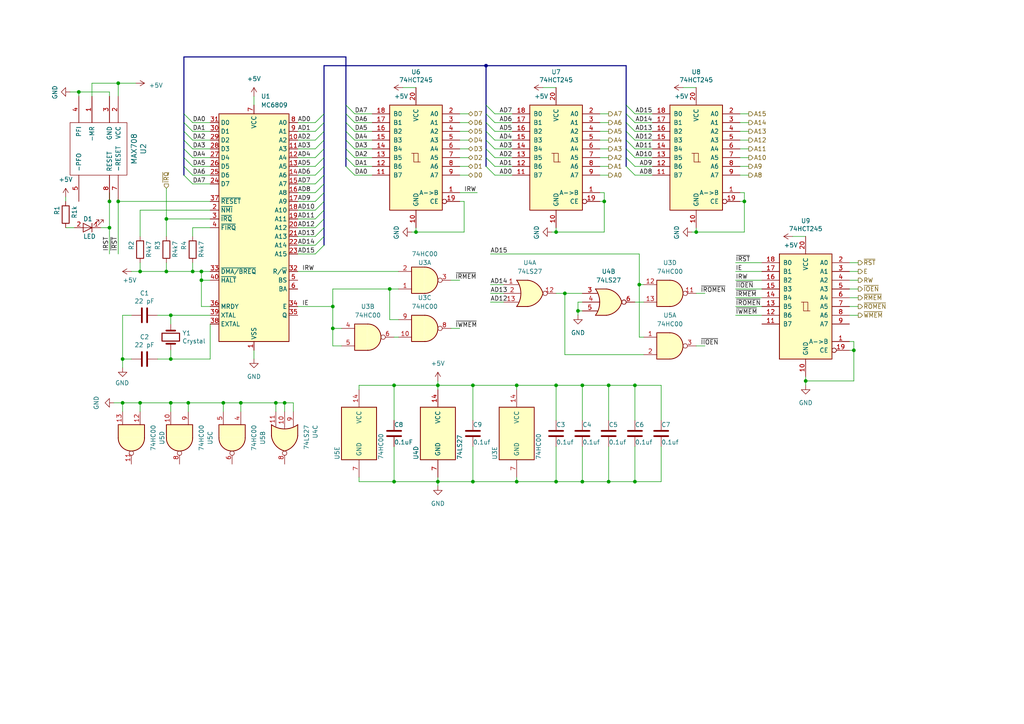
<source format=kicad_sch>
(kicad_sch (version 20230121) (generator eeschema)
  (paper "A4")
  (lib_symbols
    (symbol "74xx:74HC00" (pin_names (offset 1.016))
      (property "Reference" "U" (at 0 1.27 0))
      (property "Value" "74HC00" (at 0 -1.27 0))
      (symbol "74HC00_1_1"
        (pin input line (at -7.62 2.54 0) (length 3.81) (name "~") (number "1"))
        (pin input line (at -7.62 -2.54 0) (length 3.81) (name "~") (number "2"))
        (pin output inverted (at 7.62 0 180) (length 3.81) (name "~") (number "3"))
      )
      (symbol "74HC00_1_2"
        (pin input inverted (at -7.62 2.54 0) (length 4.318) (name "~") (number "1"))
        (pin input inverted (at -7.62 -2.54 0) (length 4.318) (name "~") (number "2"))
        (pin output line (at 7.62 0 180) (length 3.81) (name "~") (number "3"))
      )
      (symbol "74HC00_2_1"
        (pin input line (at -7.62 2.54 0) (length 3.81) (name "~") (number "4"))
        (pin input line (at -7.62 -2.54 0) (length 3.81) (name "~") (number "5"))
        (pin output inverted (at 7.62 0 180) (length 3.81) (name "~") (number "6"))
      )
      (symbol "74HC00_2_2"
        (pin input inverted (at -7.62 2.54 0) (length 4.318) (name "~") (number "4"))
        (pin input inverted (at -7.62 -2.54 0) (length 4.318) (name "~") (number "5"))
        (pin output line (at 7.62 0 180) (length 3.81) (name "~") (number "6"))
      )
      (symbol "74HC00_3_1"
        (pin input line (at -7.62 -2.54 0) (length 3.81) (name "~") (number "10"))
        (pin output inverted (at 7.62 0 180) (length 3.81) (name "~") (number "8"))
        (pin input line (at -7.62 2.54 0) (length 3.81) (name "~") (number "9"))
      )
      (symbol "74HC00_3_2"
        (pin input inverted (at -7.62 -2.54 0) (length 4.318) (name "~") (number "10"))
        (pin output line (at 7.62 0 180) (length 3.81) (name "~") (number "8"))
        (pin input inverted (at -7.62 2.54 0) (length 4.318) (name "~") (number "9"))
      )
      (symbol "74HC00_4_1"
        (pin output inverted (at 7.62 0 180) (length 3.81) (name "~") (number "11"))
        (pin input line (at -7.62 2.54 0) (length 3.81) (name "~") (number "12"))
        (pin input line (at -7.62 -2.54 0) (length 3.81) (name "~") (number "13"))
      )
      (symbol "74HC00_4_2"
        (pin output line (at 7.62 0 180) (length 3.81) (name "~") (number "11"))
        (pin input inverted (at -7.62 2.54 0) (length 4.318) (name "~") (number "12"))
        (pin input inverted (at -7.62 -2.54 0) (length 4.318) (name "~") (number "13"))
      )
      (symbol "74HC00_5_0"
        (pin power_in line (at 0 12.7 270) (length 5.08) (name "VCC") (number "14"))
        (pin power_in line (at 0 -12.7 90) (length 5.08) (name "GND") (number "7"))
      )
    )
    (symbol "74xx:74HC245" (pin_names (offset 1.016))
      (property "Reference" "U" (at -7.62 16.51 0))
      (property "Value" "74HC245" (at -7.62 -16.51 0))
      (symbol "74HC245_1_0"
        (pin input line (at -12.7 -10.16 0) (length 5.08) (name "A->B") (number "1"))
        (pin power_in line (at 0 -20.32 90) (length 5.08) (name "GND") (number "10"))
        (pin tri_state line (at 12.7 -5.08 180) (length 5.08) (name "B7") (number "11"))
        (pin tri_state line (at 12.7 -2.54 180) (length 5.08) (name "B6") (number "12"))
        (pin tri_state line (at 12.7 0 180) (length 5.08) (name "B5") (number "13"))
        (pin tri_state line (at 12.7 2.54 180) (length 5.08) (name "B4") (number "14"))
        (pin tri_state line (at 12.7 5.08 180) (length 5.08) (name "B3") (number "15"))
        (pin tri_state line (at 12.7 7.62 180) (length 5.08) (name "B2") (number "16"))
        (pin tri_state line (at 12.7 10.16 180) (length 5.08) (name "B1") (number "17"))
        (pin tri_state line (at 12.7 12.7 180) (length 5.08) (name "B0") (number "18"))
        (pin input inverted (at -12.7 -12.7 0) (length 5.08) (name "CE") (number "19"))
        (pin tri_state line (at -12.7 12.7 0) (length 5.08) (name "A0") (number "2"))
        (pin power_in line (at 0 20.32 270) (length 5.08) (name "VCC") (number "20"))
        (pin tri_state line (at -12.7 10.16 0) (length 5.08) (name "A1") (number "3"))
        (pin tri_state line (at -12.7 7.62 0) (length 5.08) (name "A2") (number "4"))
        (pin tri_state line (at -12.7 5.08 0) (length 5.08) (name "A3") (number "5"))
        (pin tri_state line (at -12.7 2.54 0) (length 5.08) (name "A4") (number "6"))
        (pin tri_state line (at -12.7 0 0) (length 5.08) (name "A5") (number "7"))
        (pin tri_state line (at -12.7 -2.54 0) (length 5.08) (name "A6") (number "8"))
        (pin tri_state line (at -12.7 -5.08 0) (length 5.08) (name "A7") (number "9"))
      )
    )
    (symbol "74xx:74HCT00" (pin_names (offset 1.016))
      (property "Reference" "U" (at 0 1.27 0))
      (property "Value" "74HCT00" (at 0 -1.27 0))
      (symbol "74HCT00_1_1"
        (pin input line (at -7.62 2.54 0) (length 3.81) (name "~") (number "1"))
        (pin input line (at -7.62 -2.54 0) (length 3.81) (name "~") (number "2"))
        (pin output inverted (at 7.62 0 180) (length 3.81) (name "~") (number "3"))
      )
      (symbol "74HCT00_1_2"
        (pin input inverted (at -7.62 2.54 0) (length 4.318) (name "~") (number "1"))
        (pin input inverted (at -7.62 -2.54 0) (length 4.318) (name "~") (number "2"))
        (pin output line (at 7.62 0 180) (length 3.81) (name "~") (number "3"))
      )
      (symbol "74HCT00_2_1"
        (pin input line (at -7.62 2.54 0) (length 3.81) (name "~") (number "4"))
        (pin input line (at -7.62 -2.54 0) (length 3.81) (name "~") (number "5"))
        (pin output inverted (at 7.62 0 180) (length 3.81) (name "~") (number "6"))
      )
      (symbol "74HCT00_2_2"
        (pin input inverted (at -7.62 2.54 0) (length 4.318) (name "~") (number "4"))
        (pin input inverted (at -7.62 -2.54 0) (length 4.318) (name "~") (number "5"))
        (pin output line (at 7.62 0 180) (length 3.81) (name "~") (number "6"))
      )
      (symbol "74HCT00_3_1"
        (pin input line (at -7.62 -2.54 0) (length 3.81) (name "~") (number "10"))
        (pin output inverted (at 7.62 0 180) (length 3.81) (name "~") (number "8"))
        (pin input line (at -7.62 2.54 0) (length 3.81) (name "~") (number "9"))
      )
      (symbol "74HCT00_3_2"
        (pin input inverted (at -7.62 -2.54 0) (length 4.318) (name "~") (number "10"))
        (pin output line (at 7.62 0 180) (length 3.81) (name "~") (number "8"))
        (pin input inverted (at -7.62 2.54 0) (length 4.318) (name "~") (number "9"))
      )
      (symbol "74HCT00_4_1"
        (pin output inverted (at 7.62 0 180) (length 3.81) (name "~") (number "11"))
        (pin input line (at -7.62 2.54 0) (length 3.81) (name "~") (number "12"))
        (pin input line (at -7.62 -2.54 0) (length 3.81) (name "~") (number "13"))
      )
      (symbol "74HCT00_4_2"
        (pin output line (at 7.62 0 180) (length 3.81) (name "~") (number "11"))
        (pin input inverted (at -7.62 2.54 0) (length 4.318) (name "~") (number "12"))
        (pin input inverted (at -7.62 -2.54 0) (length 4.318) (name "~") (number "13"))
      )
      (symbol "74HCT00_5_0"
        (pin power_in line (at 0 12.7 270) (length 5.08) (name "VCC") (number "14"))
        (pin power_in line (at 0 -12.7 90) (length 5.08) (name "GND") (number "7"))
      )
    )
    (symbol "74xx:74LS27" (pin_names (offset 1.016))
      (property "Reference" "U" (at 0 1.27 0))
      (property "Value" "74LS27" (at 0 -1.27 0))
      (symbol "74LS27_1_1"
        (pin input line (at -7.62 2.54 0) (length 4.318) (name "~") (number "1"))
        (pin output inverted (at 7.62 0 180) (length 3.81) (name "~") (number "12"))
        (pin input line (at -7.62 -2.54 0) (length 4.318) (name "~") (number "13"))
        (pin input line (at -7.62 0 0) (length 4.953) (name "~") (number "2"))
      )
      (symbol "74LS27_1_2"
        (pin input inverted (at -7.62 2.54 0) (length 3.81) (name "~") (number "1"))
        (pin output line (at 7.62 0 180) (length 3.81) (name "~") (number "12"))
        (pin input inverted (at -7.62 -2.54 0) (length 3.81) (name "~") (number "13"))
        (pin input inverted (at -7.62 0 0) (length 3.81) (name "~") (number "2"))
      )
      (symbol "74LS27_2_1"
        (pin input line (at -7.62 2.54 0) (length 4.318) (name "~") (number "3"))
        (pin input line (at -7.62 0 0) (length 4.953) (name "~") (number "4"))
        (pin input line (at -7.62 -2.54 0) (length 4.318) (name "~") (number "5"))
        (pin output inverted (at 7.62 0 180) (length 3.81) (name "~") (number "6"))
      )
      (symbol "74LS27_2_2"
        (pin input inverted (at -7.62 2.54 0) (length 3.81) (name "~") (number "3"))
        (pin input inverted (at -7.62 0 0) (length 3.81) (name "~") (number "4"))
        (pin input inverted (at -7.62 -2.54 0) (length 3.81) (name "~") (number "5"))
        (pin output line (at 7.62 0 180) (length 3.81) (name "~") (number "6"))
      )
      (symbol "74LS27_3_1"
        (pin input line (at -7.62 0 0) (length 4.953) (name "~") (number "10"))
        (pin input line (at -7.62 -2.54 0) (length 4.318) (name "~") (number "11"))
        (pin output inverted (at 7.62 0 180) (length 3.81) (name "~") (number "8"))
        (pin input line (at -7.62 2.54 0) (length 4.318) (name "~") (number "9"))
      )
      (symbol "74LS27_3_2"
        (pin input inverted (at -7.62 0 0) (length 3.81) (name "~") (number "10"))
        (pin input inverted (at -7.62 -2.54 0) (length 3.81) (name "~") (number "11"))
        (pin output line (at 7.62 0 180) (length 3.81) (name "~") (number "8"))
        (pin input inverted (at -7.62 2.54 0) (length 3.81) (name "~") (number "9"))
      )
      (symbol "74LS27_4_0"
        (pin power_in line (at 0 12.7 270) (length 5.08) (name "VCC") (number "14"))
        (pin power_in line (at 0 -12.7 90) (length 5.08) (name "GND") (number "7"))
      )
    )
    (symbol "CPU_NXP_6800:MC6809"
      (property "Reference" "U" (at -7.62 34.29 0))
      (property "Value" "MC6809" (at 10.16 34.29 0))
      (symbol "MC6809_1_1"
        (pin power_in line (at 0 -35.56 90) (length 2.54) (name "VSS") (number "1"))
        (pin output line (at 12.7 25.4 180) (length 2.54) (name "A2") (number "10"))
        (pin output line (at 12.7 22.86 180) (length 2.54) (name "A3") (number "11"))
        (pin output line (at 12.7 20.32 180) (length 2.54) (name "A4") (number "12"))
        (pin output line (at 12.7 17.78 180) (length 2.54) (name "A5") (number "13"))
        (pin output line (at 12.7 15.24 180) (length 2.54) (name "A6") (number "14"))
        (pin output line (at 12.7 12.7 180) (length 2.54) (name "A7") (number "15"))
        (pin output line (at 12.7 10.16 180) (length 2.54) (name "A8") (number "16"))
        (pin output line (at 12.7 7.62 180) (length 2.54) (name "A9") (number "17"))
        (pin output line (at 12.7 5.08 180) (length 2.54) (name "A10") (number "18"))
        (pin output line (at 12.7 2.54 180) (length 2.54) (name "A11") (number "19"))
        (pin input line (at -12.7 5.08 0) (length 2.54) (name "~{NMI}") (number "2"))
        (pin output line (at 12.7 0 180) (length 2.54) (name "A12") (number "20"))
        (pin output line (at 12.7 -2.54 180) (length 2.54) (name "A13") (number "21"))
        (pin output line (at 12.7 -5.08 180) (length 2.54) (name "A14") (number "22"))
        (pin output line (at 12.7 -7.62 180) (length 2.54) (name "A15") (number "23"))
        (pin bidirectional line (at -12.7 12.7 0) (length 2.54) (name "D7") (number "24"))
        (pin bidirectional line (at -12.7 15.24 0) (length 2.54) (name "D6") (number "25"))
        (pin bidirectional line (at -12.7 17.78 0) (length 2.54) (name "D5") (number "26"))
        (pin bidirectional line (at -12.7 20.32 0) (length 2.54) (name "D4") (number "27"))
        (pin bidirectional line (at -12.7 22.86 0) (length 2.54) (name "D3") (number "28"))
        (pin bidirectional line (at -12.7 25.4 0) (length 2.54) (name "D2") (number "29"))
        (pin input line (at -12.7 2.54 0) (length 2.54) (name "~{IRQ}") (number "3"))
        (pin bidirectional line (at -12.7 27.94 0) (length 2.54) (name "D1") (number "30"))
        (pin bidirectional line (at -12.7 30.48 0) (length 2.54) (name "D0") (number "31"))
        (pin output line (at 12.7 -12.7 180) (length 2.54) (name "R/~{W}") (number "32"))
        (pin input line (at -12.7 -12.7 0) (length 2.54) (name "~{DMA/BREQ}") (number "33"))
        (pin output line (at 12.7 -22.86 180) (length 2.54) (name "E") (number "34"))
        (pin output line (at 12.7 -25.4 180) (length 2.54) (name "Q") (number "35"))
        (pin input line (at -12.7 -22.86 0) (length 2.54) (name "MRDY") (number "36"))
        (pin input line (at -12.7 7.62 0) (length 2.54) (name "~{RESET}") (number "37"))
        (pin input line (at -12.7 -27.94 0) (length 2.54) (name "EXTAL") (number "38"))
        (pin input line (at -12.7 -25.4 0) (length 2.54) (name "XTAL") (number "39"))
        (pin input line (at -12.7 0 0) (length 2.54) (name "~{FIRQ}") (number "4"))
        (pin input line (at -12.7 -15.24 0) (length 2.54) (name "~{HALT}") (number "40"))
        (pin output line (at 12.7 -15.24 180) (length 2.54) (name "BS") (number "5"))
        (pin output line (at 12.7 -17.78 180) (length 2.54) (name "BA") (number "6"))
        (pin power_in line (at 0 35.56 270) (length 2.54) (name "VCC") (number "7"))
        (pin output line (at 12.7 30.48 180) (length 2.54) (name "A0") (number "8"))
        (pin output line (at 12.7 27.94 180) (length 2.54) (name "A1") (number "9"))
      )
    )
    (symbol "Device:C" (pin_numbers hide) (pin_names (offset 0.254))
      (property "Reference" "C" (at 0.635 2.54 0))
      (property "Value" "C" (at 0.635 -2.54 0))
      (symbol "C_1_1"
        (pin passive line (at 0 3.81 270) (length 2.794) (name "~") (number "1"))
        (pin passive line (at 0 -3.81 90) (length 2.794) (name "~") (number "2"))
      )
    )
    (symbol "device:C" (pin_numbers hide) (pin_names (offset 0.254))
      (property "Reference" "C" (at 0.635 2.54 0))
      (property "Value" "C" (at 0.635 -2.54 0))
      (symbol "C_1_1"
        (pin passive line (at 0 3.81 270) (length 2.794) (name "~") (number "1"))
        (pin passive line (at 0 -3.81 90) (length 2.794) (name "~") (number "2"))
      )
    )
    (symbol "device:Crystal" (pin_numbers hide) (pin_names (offset 1.016) hide)
      (property "Reference" "Y" (at 0 3.81 0))
      (property "Value" "Crystal" (at 0 -3.81 0))
      (symbol "Crystal_1_1"
        (pin passive line (at -3.81 0 0) (length 1.27) (name "1") (number "1"))
        (pin passive line (at 3.81 0 180) (length 1.27) (name "2") (number "2"))
      )
    )
    (symbol "device:LED" (pin_names (offset 1.016) hide)
      (property "Reference" "D" (at 0 2.54 0))
      (property "Value" "LED" (at 0 -2.54 0))
      (symbol "LED_1_1"
        (pin passive line (at -3.81 0 0) (length 2.54) (name "K") (number "1"))
        (pin passive line (at 3.81 0 180) (length 2.54) (name "A") (number "2"))
      )
    )
    (symbol "device:R" (pin_numbers hide) (pin_names (offset 0))
      (property "Reference" "R" (at 2.032 0 90))
      (property "Value" "R" (at 0 0 90))
      (symbol "R_1_1"
        (pin passive line (at 0 3.81 270) (length 1.27) (name "~") (number "1"))
        (pin passive line (at 0 -3.81 90) (length 1.27) (name "~") (number "2"))
      )
    )
    (symbol "power:+5V" (power) (pin_names (offset 0))
      (property "Value" "+5V" (at 0 3.556 0))
      (symbol "+5V_1_1"
        (pin power_in line (at 0 0 90) (length 0) hide (name "+5V") (number "1"))
      )
    )
    (symbol "power:GND" (power) (pin_names (offset 0))
      (property "Value" "GND" (at 0 -3.81 0))
      (symbol "GND_1_1"
        (pin power_in line (at 0 0 270) (length 0) hide (name "GND") (number "1"))
      )
    )
    (symbol "ya68k:MAX708" (pin_names (offset 1.016))
      (property "Reference" "U" (at 0 8.89 0))
      (property "Value" "MAX708" (at 0 -10.16 0))
      (symbol "MAX708_1_1"
        (pin input line (at -15.24 -2.54 0) (length 7.62) (name "-MR") (number "1"))
        (pin power_in line (at -15.24 5.08 0) (length 7.62) (name "VCC") (number "2"))
        (pin power_in line (at -15.24 2.54 0) (length 7.62) (name "GND") (number "3"))
        (pin input line (at -15.24 -6.35 0) (length 7.62) (name "PFI") (number "4"))
        (pin output line (at 15.24 -6.35 180) (length 7.62) (name "-PFO") (number "5"))
        (pin no_connect line (at 15.24 -2.54 180) (length 7.62) hide (name "NC") (number "6"))
        (pin output line (at 15.24 5.08 180) (length 7.62) (name "-RESET") (number "7"))
        (pin output line (at 15.24 2.54 180) (length 7.62) (name "RESET") (number "8"))
      )
    )
  )
  (junction (at 55.88 78.74))
  (junction (at 201.93 67.31))
  (junction (at 161.29 67.31))
  (junction (at 114.3 111.76))
  (junction (at 113.03 83.82))
  (junction (at 168.91 111.76))
  (junction (at 40.64 78.74))
  (junction (at 176.53 139.7))
  (junction (at 140.97 19.05))
  (junction (at 48.26 78.74))
  (junction (at 40.64 116.84))
  (junction (at 247.65 101.6))
  (junction (at 96.52 88.9))
  (junction (at 31.75 58.42))
  (junction (at 35.56 104.14))
  (junction (at 161.29 139.7))
  (junction (at 175.26 58.42))
  (junction (at 49.53 104.14))
  (junction (at 22.86 26.67))
  (junction (at 69.85 116.84))
  (junction (at 35.56 116.84))
  (junction (at 31.75 66.04))
  (junction (at 127 111.76))
  (junction (at 34.29 58.42))
  (junction (at 167.64 90.17))
  (junction (at 161.29 111.76))
  (junction (at 114.3 139.7))
  (junction (at 54.61 116.84))
  (junction (at 58.42 81.28))
  (junction (at 49.53 91.44))
  (junction (at 48.26 63.5))
  (junction (at 96.52 95.25))
  (junction (at 149.86 139.7))
  (junction (at 49.53 116.84))
  (junction (at 184.15 139.7))
  (junction (at 58.42 78.74))
  (junction (at 184.15 111.76))
  (junction (at 233.68 110.49))
  (junction (at 127 139.7))
  (junction (at 82.55 116.84))
  (junction (at 34.29 24.13))
  (junction (at 163.83 85.09))
  (junction (at 137.16 111.76))
  (junction (at 137.16 139.7))
  (junction (at 149.86 111.76))
  (junction (at 120.65 67.31))
  (junction (at 215.9 58.42))
  (junction (at 168.91 139.7))
  (junction (at 64.77 116.84))
  (junction (at 176.53 111.76))
  (junction (at 80.01 116.84))
  (junction (at 185.42 82.55))
  (bus_entry (at 181.61 33.02) (size 2.54 2.54))
  (bus_entry (at 55.88 38.1) (size -2.54 -2.54))
  (bus_entry (at 93.98 66.04) (size -2.54 2.54))
  (bus_entry (at 93.98 33.02) (size -2.54 2.54))
  (bus_entry (at 55.88 50.8) (size -2.54 -2.54))
  (bus_entry (at 102.87 33.02) (size -2.54 -2.54))
  (bus_entry (at 140.97 33.02) (size 2.54 2.54))
  (bus_entry (at 140.97 35.56) (size 2.54 2.54))
  (bus_entry (at 93.98 43.18) (size -2.54 2.54))
  (bus_entry (at 102.87 50.8) (size -2.54 -2.54))
  (bus_entry (at 93.98 50.8) (size -2.54 2.54))
  (bus_entry (at 93.98 40.64) (size -2.54 2.54))
  (bus_entry (at 55.88 35.56) (size -2.54 -2.54))
  (bus_entry (at 102.87 45.72) (size -2.54 -2.54))
  (bus_entry (at 93.98 45.72) (size -2.54 2.54))
  (bus_entry (at 102.87 35.56) (size -2.54 -2.54))
  (bus_entry (at 140.97 38.1) (size 2.54 2.54))
  (bus_entry (at 140.97 45.72) (size 2.54 2.54))
  (bus_entry (at 181.61 45.72) (size 2.54 2.54))
  (bus_entry (at 102.87 38.1) (size -2.54 -2.54))
  (bus_entry (at 93.98 48.26) (size -2.54 2.54))
  (bus_entry (at 181.61 48.26) (size 2.54 2.54))
  (bus_entry (at 93.98 53.34) (size -2.54 2.54))
  (bus_entry (at 181.61 43.18) (size 2.54 2.54))
  (bus_entry (at 181.61 35.56) (size 2.54 2.54))
  (bus_entry (at 181.61 40.64) (size 2.54 2.54))
  (bus_entry (at 140.97 30.48) (size 2.54 2.54))
  (bus_entry (at 93.98 38.1) (size -2.54 2.54))
  (bus_entry (at 93.98 63.5) (size -2.54 2.54))
  (bus_entry (at 93.98 68.58) (size -2.54 2.54))
  (bus_entry (at 181.61 30.48) (size 2.54 2.54))
  (bus_entry (at 102.87 40.64) (size -2.54 -2.54))
  (bus_entry (at 140.97 48.26) (size 2.54 2.54))
  (bus_entry (at 93.98 35.56) (size -2.54 2.54))
  (bus_entry (at 102.87 48.26) (size -2.54 -2.54))
  (bus_entry (at 55.88 48.26) (size -2.54 -2.54))
  (bus_entry (at 55.88 45.72) (size -2.54 -2.54))
  (bus_entry (at 102.87 43.18) (size -2.54 -2.54))
  (bus_entry (at 140.97 43.18) (size 2.54 2.54))
  (bus_entry (at 93.98 55.88) (size -2.54 2.54))
  (bus_entry (at 93.98 71.12) (size -2.54 2.54))
  (bus_entry (at 55.88 43.18) (size -2.54 -2.54))
  (bus_entry (at 55.88 53.34) (size -2.54 -2.54))
  (bus_entry (at 181.61 38.1) (size 2.54 2.54))
  (bus_entry (at 93.98 60.96) (size -2.54 2.54))
  (bus_entry (at 55.88 40.64) (size -2.54 -2.54))
  (bus_entry (at 140.97 40.64) (size 2.54 2.54))
  (bus_entry (at 93.98 58.42) (size -2.54 2.54))
  (wire (pts (xy 48.26 78.74) (xy 55.88 78.74)))
  (wire (pts (xy 73.66 27.94) (xy 73.66 30.48)))
  (wire (pts (xy 86.36 38.1) (xy 91.44 38.1)))
  (wire (pts (xy 137.16 111.76) (xy 137.16 121.92)))
  (wire (pts (xy 96.52 95.25) (xy 96.52 100.33)))
  (wire (pts (xy 113.03 83.82) (xy 113.03 92.71)))
  (bus (pts (xy 53.34 43.18) (xy 53.34 40.64)))
  (wire (pts (xy 214.63 48.26) (xy 217.17 48.26)))
  (wire (pts (xy 191.77 111.76) (xy 191.77 121.92)))
  (wire (pts (xy 191.77 129.54) (xy 191.77 139.7)))
  (wire (pts (xy 186.69 97.79) (xy 185.42 97.79)))
  (wire (pts (xy 184.15 87.63) (xy 186.69 87.63)))
  (wire (pts (xy 115.57 92.71) (xy 113.03 92.71)))
  (wire (pts (xy 48.26 54.61) (xy 48.26 63.5)))
  (bus (pts (xy 93.98 58.42) (xy 93.98 55.88)))
  (wire (pts (xy 246.38 91.44) (xy 248.92 91.44)))
  (wire (pts (xy 40.64 116.84) (xy 49.53 116.84)))
  (wire (pts (xy 246.38 76.2) (xy 248.92 76.2)))
  (wire (pts (xy 160.02 67.31) (xy 161.29 67.31)))
  (wire (pts (xy 127 110.49) (xy 127 111.76)))
  (wire (pts (xy 161.29 111.76) (xy 168.91 111.76)))
  (wire (pts (xy 86.36 60.96) (xy 91.44 60.96)))
  (bus (pts (xy 140.97 43.18) (xy 140.97 40.64)))
  (wire (pts (xy 213.36 76.2) (xy 220.98 76.2)))
  (bus (pts (xy 100.33 30.48) (xy 100.33 33.02)))
  (wire (pts (xy 114.3 111.76) (xy 114.3 121.92)))
  (wire (pts (xy 214.63 38.1) (xy 217.17 38.1)))
  (wire (pts (xy 173.99 38.1) (xy 176.53 38.1)))
  (wire (pts (xy 45.72 91.44) (xy 49.53 91.44)))
  (wire (pts (xy 40.64 116.84) (xy 40.64 119.38)))
  (wire (pts (xy 31.75 27.94) (xy 31.75 26.67)))
  (wire (pts (xy 176.53 111.76) (xy 176.53 121.92)))
  (wire (pts (xy 168.91 139.7) (xy 176.53 139.7)))
  (wire (pts (xy 60.96 81.28) (xy 58.42 81.28)))
  (wire (pts (xy 60.96 104.14) (xy 49.53 104.14)))
  (wire (pts (xy 233.68 110.49) (xy 233.68 111.76)))
  (bus (pts (xy 93.98 68.58) (xy 93.98 66.04)))
  (bus (pts (xy 181.61 40.64) (xy 181.61 38.1)))
  (wire (pts (xy 73.66 101.6) (xy 73.66 104.14)))
  (wire (pts (xy 229.87 68.58) (xy 233.68 68.58)))
  (wire (pts (xy 64.77 116.84) (xy 69.85 116.84)))
  (wire (pts (xy 104.14 139.7) (xy 114.3 139.7)))
  (wire (pts (xy 134.62 58.42) (xy 134.62 67.31)))
  (bus (pts (xy 140.97 35.56) (xy 140.97 33.02)))
  (bus (pts (xy 93.98 35.56) (xy 93.98 33.02)))
  (wire (pts (xy 173.99 55.88) (xy 175.26 55.88)))
  (wire (pts (xy 213.36 88.9) (xy 220.98 88.9)))
  (wire (pts (xy 201.93 67.31) (xy 201.93 66.04)))
  (wire (pts (xy 133.35 58.42) (xy 134.62 58.42)))
  (wire (pts (xy 49.53 91.44) (xy 49.53 93.98)))
  (wire (pts (xy 55.88 45.72) (xy 60.96 45.72)))
  (wire (pts (xy 58.42 88.9) (xy 58.42 81.28)))
  (wire (pts (xy 148.59 45.72) (xy 143.51 45.72)))
  (wire (pts (xy 55.88 35.56) (xy 60.96 35.56)))
  (wire (pts (xy 26.67 27.94) (xy 26.67 24.13)))
  (bus (pts (xy 140.97 48.26) (xy 140.97 45.72)))
  (wire (pts (xy 55.88 38.1) (xy 60.96 38.1)))
  (wire (pts (xy 58.42 81.28) (xy 58.42 78.74)))
  (wire (pts (xy 31.75 66.04) (xy 31.75 73.66)))
  (wire (pts (xy 148.59 33.02) (xy 143.51 33.02)))
  (wire (pts (xy 214.63 45.72) (xy 217.17 45.72)))
  (wire (pts (xy 127 113.03) (xy 127 111.76)))
  (wire (pts (xy 173.99 45.72) (xy 176.53 45.72)))
  (wire (pts (xy 127 139.7) (xy 137.16 139.7)))
  (wire (pts (xy 34.29 73.66) (xy 34.29 58.42)))
  (wire (pts (xy 176.53 111.76) (xy 184.15 111.76)))
  (bus (pts (xy 181.61 40.64) (xy 181.61 43.18)))
  (wire (pts (xy 60.96 93.98) (xy 60.96 104.14)))
  (wire (pts (xy 133.35 35.56) (xy 135.89 35.56)))
  (wire (pts (xy 163.83 85.09) (xy 168.91 85.09)))
  (wire (pts (xy 163.83 102.87) (xy 186.69 102.87)))
  (wire (pts (xy 55.88 68.58) (xy 55.88 66.04)))
  (wire (pts (xy 198.12 25.4) (xy 201.93 25.4)))
  (wire (pts (xy 31.75 58.42) (xy 31.75 66.04)))
  (wire (pts (xy 189.23 48.26) (xy 184.15 48.26)))
  (wire (pts (xy 142.24 82.55) (xy 146.05 82.55)))
  (wire (pts (xy 133.35 48.26) (xy 135.89 48.26)))
  (bus (pts (xy 93.98 71.12) (xy 93.98 68.58)))
  (wire (pts (xy 189.23 38.1) (xy 184.15 38.1)))
  (wire (pts (xy 184.15 111.76) (xy 191.77 111.76)))
  (bus (pts (xy 93.98 45.72) (xy 93.98 43.18)))
  (wire (pts (xy 149.86 111.76) (xy 161.29 111.76)))
  (wire (pts (xy 38.1 78.74) (xy 40.64 78.74)))
  (wire (pts (xy 127 139.7) (xy 127 140.97)))
  (wire (pts (xy 40.64 78.74) (xy 40.64 76.2)))
  (wire (pts (xy 86.36 88.9) (xy 96.52 88.9)))
  (wire (pts (xy 185.42 82.55) (xy 185.42 73.66)))
  (wire (pts (xy 246.38 81.28) (xy 248.92 81.28)))
  (wire (pts (xy 19.05 57.15) (xy 19.05 58.42)))
  (wire (pts (xy 116.84 25.4) (xy 120.65 25.4)))
  (wire (pts (xy 168.91 111.76) (xy 168.91 121.92)))
  (wire (pts (xy 49.53 104.14) (xy 45.72 104.14)))
  (wire (pts (xy 173.99 43.18) (xy 176.53 43.18)))
  (wire (pts (xy 31.75 26.67) (xy 22.86 26.67)))
  (wire (pts (xy 49.53 91.44) (xy 60.96 91.44)))
  (wire (pts (xy 176.53 139.7) (xy 184.15 139.7)))
  (bus (pts (xy 53.34 33.02) (xy 53.34 16.51)))
  (bus (pts (xy 93.98 53.34) (xy 93.98 50.8)))
  (wire (pts (xy 38.1 91.44) (xy 35.56 91.44)))
  (wire (pts (xy 213.36 91.44) (xy 220.98 91.44)))
  (wire (pts (xy 102.87 38.1) (xy 107.95 38.1)))
  (wire (pts (xy 247.65 99.06) (xy 247.65 101.6)))
  (wire (pts (xy 247.65 101.6) (xy 246.38 101.6)))
  (wire (pts (xy 38.1 104.14) (xy 35.56 104.14)))
  (wire (pts (xy 49.53 116.84) (xy 54.61 116.84)))
  (wire (pts (xy 34.29 58.42) (xy 60.96 58.42)))
  (wire (pts (xy 246.38 78.74) (xy 248.92 78.74)))
  (wire (pts (xy 133.35 45.72) (xy 135.89 45.72)))
  (wire (pts (xy 161.29 129.54) (xy 161.29 139.7)))
  (wire (pts (xy 34.29 24.13) (xy 39.37 24.13)))
  (wire (pts (xy 35.56 116.84) (xy 40.64 116.84)))
  (bus (pts (xy 140.97 19.05) (xy 181.61 19.05)))
  (wire (pts (xy 173.99 50.8) (xy 176.53 50.8)))
  (wire (pts (xy 215.9 67.31) (xy 215.9 58.42)))
  (wire (pts (xy 137.16 129.54) (xy 137.16 139.7)))
  (bus (pts (xy 100.33 33.02) (xy 100.33 35.56)))
  (wire (pts (xy 102.87 50.8) (xy 107.95 50.8)))
  (wire (pts (xy 127 139.7) (xy 127 138.43)))
  (wire (pts (xy 148.59 38.1) (xy 143.51 38.1)))
  (wire (pts (xy 86.36 45.72) (xy 91.44 45.72)))
  (wire (pts (xy 104.14 111.76) (xy 104.14 113.03)))
  (wire (pts (xy 214.63 35.56) (xy 217.17 35.56)))
  (bus (pts (xy 53.34 45.72) (xy 53.34 43.18)))
  (wire (pts (xy 148.59 35.56) (xy 143.51 35.56)))
  (wire (pts (xy 201.93 100.33) (xy 204.47 100.33)))
  (wire (pts (xy 22.86 26.67) (xy 20.32 26.67)))
  (bus (pts (xy 93.98 60.96) (xy 93.98 58.42)))
  (wire (pts (xy 201.93 67.31) (xy 215.9 67.31)))
  (wire (pts (xy 148.59 48.26) (xy 143.51 48.26)))
  (wire (pts (xy 149.86 139.7) (xy 161.29 139.7)))
  (wire (pts (xy 82.55 116.84) (xy 82.55 119.38)))
  (bus (pts (xy 140.97 38.1) (xy 140.97 35.56)))
  (wire (pts (xy 55.88 66.04) (xy 60.96 66.04)))
  (wire (pts (xy 247.65 110.49) (xy 247.65 101.6)))
  (bus (pts (xy 140.97 45.72) (xy 140.97 43.18)))
  (wire (pts (xy 86.36 68.58) (xy 91.44 68.58)))
  (wire (pts (xy 213.36 78.74) (xy 220.98 78.74)))
  (wire (pts (xy 35.56 91.44) (xy 35.56 104.14)))
  (wire (pts (xy 96.52 88.9) (xy 96.52 95.25)))
  (wire (pts (xy 149.86 138.43) (xy 149.86 139.7)))
  (wire (pts (xy 130.81 81.28) (xy 133.35 81.28)))
  (wire (pts (xy 102.87 48.26) (xy 107.95 48.26)))
  (bus (pts (xy 93.98 19.05) (xy 140.97 19.05)))
  (bus (pts (xy 93.98 50.8) (xy 93.98 48.26)))
  (wire (pts (xy 163.83 85.09) (xy 163.83 102.87)))
  (wire (pts (xy 96.52 100.33) (xy 99.06 100.33)))
  (wire (pts (xy 26.67 24.13) (xy 34.29 24.13)))
  (bus (pts (xy 53.34 50.8) (xy 53.34 48.26)))
  (bus (pts (xy 93.98 63.5) (xy 93.98 66.04)))
  (wire (pts (xy 168.91 111.76) (xy 176.53 111.76)))
  (wire (pts (xy 102.87 33.02) (xy 107.95 33.02)))
  (wire (pts (xy 104.14 138.43) (xy 104.14 139.7)))
  (wire (pts (xy 104.14 111.76) (xy 114.3 111.76)))
  (wire (pts (xy 185.42 97.79) (xy 185.42 82.55)))
  (wire (pts (xy 161.29 85.09) (xy 163.83 85.09)))
  (wire (pts (xy 49.53 101.6) (xy 49.53 104.14)))
  (bus (pts (xy 181.61 35.56) (xy 181.61 33.02)))
  (wire (pts (xy 19.05 66.04) (xy 21.59 66.04)))
  (wire (pts (xy 86.36 40.64) (xy 91.44 40.64)))
  (wire (pts (xy 96.52 83.82) (xy 96.52 88.9)))
  (wire (pts (xy 80.01 116.84) (xy 80.01 119.38)))
  (wire (pts (xy 60.96 88.9) (xy 58.42 88.9)))
  (wire (pts (xy 114.3 129.54) (xy 114.3 139.7)))
  (wire (pts (xy 40.64 60.96) (xy 40.64 68.58)))
  (wire (pts (xy 119.38 67.31) (xy 120.65 67.31)))
  (wire (pts (xy 167.64 90.17) (xy 167.64 91.44)))
  (bus (pts (xy 100.33 40.64) (xy 100.33 43.18)))
  (wire (pts (xy 175.26 55.88) (xy 175.26 58.42)))
  (wire (pts (xy 137.16 111.76) (xy 127 111.76)))
  (wire (pts (xy 213.36 83.82) (xy 220.98 83.82)))
  (wire (pts (xy 86.36 35.56) (xy 91.44 35.56)))
  (wire (pts (xy 189.23 43.18) (xy 184.15 43.18)))
  (wire (pts (xy 58.42 78.74) (xy 60.96 78.74)))
  (wire (pts (xy 34.29 27.94) (xy 34.29 24.13)))
  (wire (pts (xy 86.36 55.88) (xy 91.44 55.88)))
  (wire (pts (xy 173.99 33.02) (xy 176.53 33.02)))
  (bus (pts (xy 181.61 48.26) (xy 181.61 45.72)))
  (wire (pts (xy 246.38 83.82) (xy 248.92 83.82)))
  (wire (pts (xy 69.85 116.84) (xy 69.85 119.38)))
  (wire (pts (xy 233.68 110.49) (xy 247.65 110.49)))
  (wire (pts (xy 161.29 67.31) (xy 175.26 67.31)))
  (bus (pts (xy 181.61 45.72) (xy 181.61 43.18)))
  (wire (pts (xy 60.96 60.96) (xy 40.64 60.96)))
  (wire (pts (xy 55.88 40.64) (xy 60.96 40.64)))
  (wire (pts (xy 55.88 50.8) (xy 60.96 50.8)))
  (bus (pts (xy 93.98 48.26) (xy 93.98 45.72)))
  (wire (pts (xy 167.64 87.63) (xy 167.64 90.17)))
  (wire (pts (xy 133.35 50.8) (xy 135.89 50.8)))
  (wire (pts (xy 214.63 58.42) (xy 215.9 58.42)))
  (wire (pts (xy 102.87 43.18) (xy 107.95 43.18)))
  (wire (pts (xy 173.99 48.26) (xy 176.53 48.26)))
  (wire (pts (xy 48.26 63.5) (xy 60.96 63.5)))
  (wire (pts (xy 186.69 82.55) (xy 185.42 82.55)))
  (wire (pts (xy 114.3 97.79) (xy 115.57 97.79)))
  (bus (pts (xy 181.61 38.1) (xy 181.61 35.56)))
  (wire (pts (xy 148.59 40.64) (xy 143.51 40.64)))
  (wire (pts (xy 157.48 25.4) (xy 161.29 25.4)))
  (wire (pts (xy 214.63 33.02) (xy 217.17 33.02)))
  (wire (pts (xy 114.3 111.76) (xy 127 111.76)))
  (wire (pts (xy 149.86 111.76) (xy 137.16 111.76)))
  (wire (pts (xy 184.15 129.54) (xy 184.15 139.7)))
  (wire (pts (xy 86.36 53.34) (xy 91.44 53.34)))
  (wire (pts (xy 55.88 76.2) (xy 55.88 78.74)))
  (wire (pts (xy 102.87 45.72) (xy 107.95 45.72)))
  (bus (pts (xy 100.33 38.1) (xy 100.33 40.64)))
  (wire (pts (xy 80.01 116.84) (xy 82.55 116.84)))
  (bus (pts (xy 93.98 38.1) (xy 93.98 35.56)))
  (wire (pts (xy 168.91 87.63) (xy 167.64 87.63)))
  (wire (pts (xy 86.36 78.74) (xy 115.57 78.74)))
  (wire (pts (xy 49.53 116.84) (xy 49.53 119.38)))
  (wire (pts (xy 142.24 87.63) (xy 146.05 87.63)))
  (wire (pts (xy 96.52 95.25) (xy 99.06 95.25)))
  (wire (pts (xy 96.52 83.82) (xy 113.03 83.82)))
  (wire (pts (xy 189.23 45.72) (xy 184.15 45.72)))
  (wire (pts (xy 142.24 73.66) (xy 185.42 73.66)))
  (wire (pts (xy 233.68 109.22) (xy 233.68 110.49)))
  (wire (pts (xy 175.26 67.31) (xy 175.26 58.42)))
  (wire (pts (xy 137.16 139.7) (xy 149.86 139.7)))
  (wire (pts (xy 189.23 40.64) (xy 184.15 40.64)))
  (bus (pts (xy 93.98 40.64) (xy 93.98 38.1)))
  (bus (pts (xy 181.61 33.02) (xy 181.61 30.48)))
  (wire (pts (xy 184.15 111.76) (xy 184.15 121.92)))
  (wire (pts (xy 82.55 116.84) (xy 85.09 116.84)))
  (bus (pts (xy 100.33 35.56) (xy 100.33 38.1)))
  (wire (pts (xy 31.75 55.88) (xy 31.75 58.42)))
  (bus (pts (xy 140.97 40.64) (xy 140.97 38.1)))
  (bus (pts (xy 93.98 43.18) (xy 93.98 40.64)))
  (wire (pts (xy 173.99 35.56) (xy 176.53 35.56)))
  (wire (pts (xy 86.36 48.26) (xy 91.44 48.26)))
  (wire (pts (xy 175.26 58.42) (xy 173.99 58.42)))
  (wire (pts (xy 86.36 50.8) (xy 91.44 50.8)))
  (wire (pts (xy 213.36 81.28) (xy 220.98 81.28)))
  (wire (pts (xy 35.56 116.84) (xy 33.02 116.84)))
  (wire (pts (xy 214.63 55.88) (xy 215.9 55.88)))
  (wire (pts (xy 64.77 116.84) (xy 64.77 119.38)))
  (wire (pts (xy 114.3 139.7) (xy 127 139.7)))
  (wire (pts (xy 35.56 104.14) (xy 35.56 106.68)))
  (bus (pts (xy 181.61 19.05) (xy 181.61 30.48)))
  (wire (pts (xy 200.66 67.31) (xy 201.93 67.31)))
  (wire (pts (xy 133.35 33.02) (xy 135.89 33.02)))
  (wire (pts (xy 215.9 55.88) (xy 215.9 58.42)))
  (bus (pts (xy 100.33 43.18) (xy 100.33 45.72)))
  (wire (pts (xy 184.15 139.7) (xy 191.77 139.7)))
  (wire (pts (xy 214.63 40.64) (xy 217.17 40.64)))
  (wire (pts (xy 133.35 55.88) (xy 138.43 55.88)))
  (wire (pts (xy 133.35 38.1) (xy 135.89 38.1)))
  (bus (pts (xy 93.98 19.05) (xy 93.98 33.02)))
  (wire (pts (xy 113.03 83.82) (xy 115.57 83.82)))
  (wire (pts (xy 86.36 73.66) (xy 91.44 73.66)))
  (bus (pts (xy 100.33 45.72) (xy 100.33 48.26)))
  (wire (pts (xy 148.59 43.18) (xy 143.51 43.18)))
  (wire (pts (xy 48.26 76.2) (xy 48.26 78.74)))
  (bus (pts (xy 53.34 40.64) (xy 53.34 38.1)))
  (wire (pts (xy 35.56 119.38) (xy 35.56 116.84)))
  (wire (pts (xy 161.29 111.76) (xy 161.29 121.92)))
  (wire (pts (xy 246.38 99.06) (xy 247.65 99.06)))
  (wire (pts (xy 86.36 66.04) (xy 91.44 66.04)))
  (wire (pts (xy 34.29 57.15) (xy 34.29 58.42)))
  (wire (pts (xy 214.63 50.8) (xy 217.17 50.8)))
  (wire (pts (xy 176.53 129.54) (xy 176.53 139.7)))
  (wire (pts (xy 22.86 27.94) (xy 22.86 26.67)))
  (bus (pts (xy 100.33 16.51) (xy 100.33 30.48)))
  (wire (pts (xy 86.36 63.5) (xy 91.44 63.5)))
  (wire (pts (xy 161.29 139.7) (xy 168.91 139.7)))
  (bus (pts (xy 53.34 16.51) (xy 100.33 16.51)))
  (wire (pts (xy 85.09 116.84) (xy 85.09 119.38)))
  (wire (pts (xy 54.61 116.84) (xy 54.61 119.38)))
  (wire (pts (xy 133.35 40.64) (xy 135.89 40.64)))
  (wire (pts (xy 86.36 71.12) (xy 91.44 71.12)))
  (wire (pts (xy 133.35 43.18) (xy 135.89 43.18)))
  (wire (pts (xy 102.87 40.64) (xy 107.95 40.64)))
  (bus (pts (xy 53.34 48.26) (xy 53.34 45.72)))
  (wire (pts (xy 120.65 67.31) (xy 120.65 66.04)))
  (wire (pts (xy 168.91 90.17) (xy 167.64 90.17)))
  (wire (pts (xy 189.23 50.8) (xy 184.15 50.8)))
  (wire (pts (xy 55.88 43.18) (xy 60.96 43.18)))
  (wire (pts (xy 189.23 35.56) (xy 184.15 35.56)))
  (wire (pts (xy 134.62 67.31) (xy 120.65 67.31)))
  (wire (pts (xy 214.63 43.18) (xy 217.17 43.18)))
  (wire (pts (xy 142.24 85.09) (xy 146.05 85.09)))
  (wire (pts (xy 148.59 50.8) (xy 143.51 50.8)))
  (wire (pts (xy 55.88 48.26) (xy 60.96 48.26)))
  (wire (pts (xy 40.64 78.74) (xy 48.26 78.74)))
  (wire (pts (xy 161.29 67.31) (xy 161.29 66.04)))
  (wire (pts (xy 168.91 129.54) (xy 168.91 139.7)))
  (wire (pts (xy 201.93 85.09) (xy 204.47 85.09)))
  (wire (pts (xy 173.99 40.64) (xy 176.53 40.64)))
  (bus (pts (xy 140.97 33.02) (xy 140.97 30.48)))
  (wire (pts (xy 55.88 53.34) (xy 60.96 53.34)))
  (bus (pts (xy 93.98 55.88) (xy 93.98 53.34)))
  (bus (pts (xy 53.34 35.56) (xy 53.34 33.02)))
  (wire (pts (xy 246.38 88.9) (xy 248.92 88.9)))
  (wire (pts (xy 54.61 116.84) (xy 64.77 116.84)))
  (wire (pts (xy 189.23 33.02) (xy 184.15 33.02)))
  (wire (pts (xy 130.81 95.25) (xy 133.35 95.25)))
  (wire (pts (xy 86.36 43.18) (xy 91.44 43.18)))
  (wire (pts (xy 149.86 113.03) (xy 149.86 111.76)))
  (wire (pts (xy 86.36 58.42) (xy 91.44 58.42)))
  (wire (pts (xy 55.88 78.74) (xy 58.42 78.74)))
  (wire (pts (xy 246.38 86.36) (xy 248.92 86.36)))
  (wire (pts (xy 69.85 116.84) (xy 80.01 116.84)))
  (bus (pts (xy 93.98 63.5) (xy 93.98 60.96)))
  (bus (pts (xy 53.34 38.1) (xy 53.34 35.56)))
  (wire (pts (xy 213.36 86.36) (xy 220.98 86.36)))
  (wire (pts (xy 102.87 35.56) (xy 107.95 35.56)))
  (bus (pts (xy 140.97 19.05) (xy 140.97 30.48)))
  (wire (pts (xy 48.26 63.5) (xy 48.26 68.58)))
  (wire (pts (xy 31.75 66.04) (xy 29.21 66.04)))
  (label "AD9" (at 189.23 48.26 180))
  (label "~{IRMEM}" (at 213.36 86.36 0))
  (label "~{IIOEN}" (at 203.2 100.33 0))
  (label "AD14" (at 189.23 35.56 180))
  (label "DA1" (at 102.87 48.26 0))
  (label "AD3" (at 148.59 43.18 180))
  (label "AD15" (at 86.36 73.66 0))
  (label "AD1" (at 86.36 38.1 0))
  (label "AD2" (at 86.36 40.64 0))
  (label "AD7" (at 86.36 53.34 0))
  (label "AD14" (at 142.24 82.55 0))
  (label "DA7" (at 102.87 33.02 0))
  (label "~{IRMEM}" (at 132.08 81.28 0))
  (label "AD13" (at 142.24 85.09 0))
  (label "AD1" (at 148.59 48.26 180))
  (label "AD11" (at 189.23 43.18 180))
  (label "AD8" (at 86.36 55.88 0))
  (label "DA3" (at 102.87 43.18 0))
  (label "AD8" (at 189.23 50.8 180))
  (label "AD15" (at 189.23 33.02 180))
  (label "AD15" (at 142.24 73.66 0))
  (label "AD12" (at 142.24 87.63 0))
  (label "~{IIOEN}" (at 213.36 83.82 0))
  (label "DA0" (at 55.88 35.56 0))
  (label "DA6" (at 102.87 35.56 0))
  (label "AD5" (at 86.36 48.26 0))
  (label "~{IROMEN}" (at 203.2 85.09 0))
  (label "AD13" (at 189.23 38.1 180))
  (label "IRW" (at 213.36 81.28 0))
  (label "IRST" (at 31.75 68.58 270))
  (label "~{IRST}" (at 34.29 68.58 270))
  (label "AD12" (at 86.36 66.04 0))
  (label "IRW" (at 134.62 55.88 0))
  (label "AD14" (at 86.36 71.12 0))
  (label "AD6" (at 148.59 35.56 180))
  (label "AD12" (at 189.23 40.64 180))
  (label "IE" (at 87.63 88.9 0))
  (label "AD13" (at 86.36 68.58 0))
  (label "DA5" (at 102.87 38.1 0))
  (label "DA4" (at 55.88 45.72 0))
  (label "DA4" (at 102.87 40.64 0))
  (label "DA2" (at 55.88 40.64 0))
  (label "DA6" (at 55.88 50.8 0))
  (label "AD9" (at 86.36 58.42 0))
  (label "DA2" (at 102.87 45.72 0))
  (label "~{IWMEM}" (at 213.36 91.44 0))
  (label "IE" (at 213.36 78.74 0))
  (label "DA3" (at 55.88 43.18 0))
  (label "AD10" (at 189.23 45.72 180))
  (label "AD11" (at 86.36 63.5 0))
  (label "AD4" (at 86.36 45.72 0))
  (label "~{IRST}" (at 213.36 76.2 0))
  (label "AD0" (at 148.59 50.8 180))
  (label "AD10" (at 86.36 60.96 0))
  (label "DA5" (at 55.88 48.26 0))
  (label "~{IWMEM}" (at 132.08 95.25 0))
  (label "AD5" (at 148.59 38.1 180))
  (label "DA1" (at 55.88 38.1 0))
  (label "IRW" (at 87.63 78.74 0))
  (label "AD4" (at 148.59 40.64 180))
  (label "AD6" (at 86.36 50.8 0))
  (label "AD3" (at 86.36 43.18 0))
  (label "AD7" (at 148.59 33.02 180))
  (label "AD2" (at 148.59 45.72 180))
  (label "AD0" (at 86.36 35.56 0))
  (label "DA7" (at 55.88 53.34 0))
  (label "DA0" (at 102.87 50.8 0))
  (label "~{IROMEN}" (at 213.36 88.9 0))
  (hierarchical_label "A7" (shape output) (at 176.53 33.02 0))
  (hierarchical_label "~{RST}" (shape output) (at 248.92 76.2 0))
  (hierarchical_label "A12" (shape output) (at 217.17 40.64 0))
  (hierarchical_label "A5" (shape output) (at 176.53 38.1 0))
  (hierarchical_label "A1" (shape output) (at 176.53 48.26 0))
  (hierarchical_label "D4" (shape tri_state) (at 135.89 40.64 0))
  (hierarchical_label "~{IRQ}" (shape input) (at 48.26 54.61 90))
  (hierarchical_label "A9" (shape output) (at 217.17 48.26 0))
  (hierarchical_label "A14" (shape output) (at 217.17 35.56 0))
  (hierarchical_label "D2" (shape tri_state) (at 135.89 45.72 0))
  (hierarchical_label "~{WMEM}" (shape output) (at 248.92 91.44 0))
  (hierarchical_label "A15" (shape output) (at 217.17 33.02 0))
  (hierarchical_label "~{ROMEN}" (shape output) (at 248.92 88.9 0))
  (hierarchical_label "A11" (shape output) (at 217.17 43.18 0))
  (hierarchical_label "A4" (shape output) (at 176.53 40.64 0))
  (hierarchical_label "D1" (shape tri_state) (at 135.89 48.26 0))
  (hierarchical_label "A10" (shape output) (at 217.17 45.72 0))
  (hierarchical_label "D5" (shape tri_state) (at 135.89 38.1 0))
  (hierarchical_label "A0" (shape output) (at 176.53 50.8 0))
  (hierarchical_label "D3" (shape tri_state) (at 135.89 43.18 0))
  (hierarchical_label "A8" (shape output) (at 217.17 50.8 0))
  (hierarchical_label "A2" (shape output) (at 176.53 45.72 0))
  (hierarchical_label "A3" (shape output) (at 176.53 43.18 0))
  (hierarchical_label "D0" (shape tri_state) (at 135.89 50.8 0))
  (hierarchical_label "~{RMEM}" (shape output) (at 248.92 86.36 0))
  (hierarchical_label "A6" (shape output) (at 176.53 35.56 0))
  (hierarchical_label "A13" (shape output) (at 217.17 38.1 0))
  (hierarchical_label "D6" (shape tri_state) (at 135.89 35.56 0))
  (hierarchical_label "RW" (shape output) (at 248.92 81.28 0))
  (hierarchical_label "D7" (shape tri_state) (at 135.89 33.02 0))
  (hierarchical_label "E" (shape output) (at 248.92 78.74 0))
  (hierarchical_label "~{IOEN}" (shape output) (at 248.92 83.82 0))
  (symbol (lib_id "Device:C") (at 168.91 125.73 0) (unit 1)
    (property "Reference" "C4" (at 168.91 123.19 0) (effects (justify left)))
    (property "Value" "0.1uf" (at 168.91 128.27 0) (effects (justify left)))
    (property "Footprint" "Capacitor_THT:C_Disc_D5.0mm_W2.5mm_P2.50mm" (effects hide))
  )
  (symbol (lib_id "74xx:74HCT00") (at 123.19 95.25 0) (unit 3)
    (property "Reference" "U3" (at 123.19 86.36 0))
    (property "Value" "74HC00" (at 123.19 88.9 0))
    (property "Footprint" "Package_DIP:DIP-14_W7.62mm" (effects hide))
    (property "Datasheet" "http://www.ti.com/lit/gpn/sn74hc00" (effects hide))
  )
  (symbol (lib_id "power:+5V") (at 229.87 68.58 90) (unit 1)
    (property "Reference" "#PWR0113" (effects hide))
    (property "Value" "+5V" (at 227.33 71.12 90) (effects (justify right)))
  )
  (symbol (lib_id "power:GND") (at 233.68 111.76 0) (unit 1)
    (property "Reference" "#PWR0114" (effects hide))
    (property "Value" "GND" (at 233.68 116.84 0))
  )
  (symbol (lib_id "device:R") (at 48.26 72.39 180) (unit 1)
    (property "Reference" "R3" (at 45.72 69.85 90) (effects (justify left)))
    (property "Value" "R4k7" (at 50.8 69.85 90) (effects (justify left)))
    (property "Footprint" "Resistor_THT:R_Axial_DIN0207_L6.3mm_D2.5mm_P7.62mm_Horizontal" (effects hide))
  )
  (symbol (lib_id "power:GND") (at 33.02 116.84 270) (unit 1)
    (property "Reference" "#PWR0109" (effects hide))
    (property "Value" "GND" (at 27.94 116.84 0))
  )
  (symbol (lib_id "74xx:74HC245") (at 233.68 88.9 0) (mirror y) (unit 1)
    (property "Reference" "U9" (at 233.68 64.0588 0))
    (property "Value" "74HCT245" (at 233.68 66.3702 0))
    (property "Footprint" "Package_DIP:DIP-20_W7.62mm" (effects hide))
  )
  (symbol (lib_id "74xx:74LS27") (at 176.53 87.63 0) (unit 2)
    (property "Reference" "U4" (at 176.53 78.74 0))
    (property "Value" "74LS27" (at 176.53 81.28 0))
    (property "Footprint" "Package_DIP:DIP-14_W7.62mm" (effects hide))
    (property "Datasheet" "http://www.ti.com/lit/gpn/sn74LS27" (effects hide))
  )
  (symbol (lib_id "ya68k:MAX708") (at 29.21 43.18 270) (unit 1)
    (property "Reference" "U2" (at 41.5798 43.18 0) (effects (font (size 1.524 1.524))))
    (property "Value" "MAX708" (at 38.8874 43.18 0) (effects (font (size 1.524 1.524))))
    (property "Footprint" "Package_DIP:DIP-8_W7.62mm" (effects hide))
  )
  (symbol (lib_id "power:GND") (at 127 140.97 0) (unit 1)
    (property "Reference" "#PWR0118" (effects hide))
    (property "Value" "GND" (at 127 146.05 0))
  )
  (symbol (lib_id "74xx:74HC00") (at 194.31 100.33 0) (unit 1)
    (property "Reference" "U5" (at 194.31 91.44 0))
    (property "Value" "74HC00" (at 194.31 93.98 0))
    (property "Footprint" "Package_DIP:DIP-14_W7.62mm" (effects hide))
    (property "Datasheet" "http://www.ti.com/lit/gpn/sn74hc00" (effects hide))
  )
  (symbol (lib_id "power:GND") (at 160.02 67.31 270) (unit 1)
    (property "Reference" "#PWR0120" (effects hide))
    (property "Value" "GND" (at 155.6258 67.437 0))
  )
  (symbol (lib_id "CPU_NXP_6800:MC6809") (at 73.66 66.04 0) (unit 1)
    (property "Reference" "U1" (at 75.6794 27.94 0) (effects (justify left)))
    (property "Value" "MC6809" (at 75.6794 30.48 0) (effects (justify left)))
    (property "Footprint" "Package_DIP:DIP-40_W15.24mm" (effects hide))
    (property "Datasheet" "http://pdf.datasheetcatalog.com/datasheet/motorola/MC68B09S.pdf" (effects hide))
  )
  (symbol (lib_id "device:R") (at 40.64 72.39 180) (unit 1)
    (property "Reference" "R2" (at 38.1 69.85 90) (effects (justify left)))
    (property "Value" "R4k7" (at 43.18 69.85 90) (effects (justify left)))
    (property "Footprint" "Resistor_THT:R_Axial_DIN0207_L6.3mm_D2.5mm_P7.62mm_Horizontal" (effects hide))
  )
  (symbol (lib_id "Device:C") (at 137.16 125.73 0) (unit 1)
    (property "Reference" "C9" (at 137.16 123.19 0) (effects (justify left)))
    (property "Value" "0.1uf" (at 137.16 128.27 0) (effects (justify left)))
    (property "Footprint" "Capacitor_THT:C_Disc_D5.0mm_W2.5mm_P2.50mm" (effects hide))
  )
  (symbol (lib_id "74xx:74HC00") (at 52.07 127 270) (unit 3)
    (property "Reference" "U5" (at 60.96 127 0))
    (property "Value" "74HC00" (at 58.42 127 0))
    (property "Footprint" "Package_DIP:DIP-14_W7.62mm" (effects hide))
    (property "Datasheet" "http://www.ti.com/lit/gpn/sn74hc00" (effects hide))
  )
  (symbol (lib_id "device:C") (at 41.91 104.14 90) (mirror x) (unit 1)
    (property "Reference" "C2" (at 41.91 97.7392 90))
    (property "Value" "22 pF" (at 41.91 100.0506 90))
    (property "Footprint" "Capacitor_THT:C_Disc_D5.0mm_W2.5mm_P2.50mm" (effects hide))
  )
  (symbol (lib_id "74xx:74LS27") (at 127 125.73 0) (unit 4)
    (property "Reference" "U4" (at 120.65 133.35 90) (effects (justify left)))
    (property "Value" "74LS27" (at 133.35 133.35 90) (effects (justify left)))
    (property "Footprint" "Package_DIP:DIP-14_W7.62mm" (effects hide))
    (property "Datasheet" "http://www.ti.com/lit/gpn/sn74LS27" (effects hide))
  )
  (symbol (lib_id "power:GND") (at 35.56 106.68 0) (mirror y) (unit 1)
    (property "Reference" "#PWR0110" (effects hide))
    (property "Value" "GND" (at 35.433 111.0742 0))
  )
  (symbol (lib_id "74xx:74HC245") (at 201.93 45.72 0) (mirror y) (unit 1)
    (property "Reference" "U8" (at 201.93 20.8788 0))
    (property "Value" "74HCT245" (at 201.93 23.1902 0))
    (property "Footprint" "Package_DIP:DIP-20_W7.62mm" (effects hide))
  )
  (symbol (lib_id "power:+5V") (at 39.37 24.13 270) (unit 1)
    (property "Reference" "#PWR04" (effects hide))
    (property "Value" "+5V" (at 43.18 24.765 90) (effects (justify left)))
  )
  (symbol (lib_id "device:R") (at 55.88 72.39 180) (unit 1)
    (property "Reference" "R4" (at 53.34 69.85 90) (effects (justify left)))
    (property "Value" "R4k7" (at 58.42 69.85 90) (effects (justify left)))
    (property "Footprint" "Resistor_THT:R_Axial_DIN0207_L6.3mm_D2.5mm_P7.62mm_Horizontal" (effects hide))
  )
  (symbol (lib_id "74xx:74HC00") (at 38.1 127 270) (unit 4)
    (property "Reference" "U5" (at 46.99 127 0))
    (property "Value" "74HC00" (at 44.45 127 0))
    (property "Footprint" "Package_DIP:DIP-14_W7.62mm" (effects hide))
    (property "Datasheet" "http://www.ti.com/lit/gpn/sn74hc00" (effects hide))
  )
  (symbol (lib_id "power:+5V") (at 198.12 25.4 90) (unit 1)
    (property "Reference" "#PWR0111" (effects hide))
    (property "Value" "+5V" (at 195.58 27.94 90) (effects (justify right)))
  )
  (symbol (lib_id "power:+5V") (at 38.1 78.74 90) (unit 1)
    (property "Reference" "#PWR0105" (effects hide))
    (property "Value" "+5V" (at 35.56 81.28 90) (effects (justify right)))
  )
  (symbol (lib_id "power:GND") (at 73.66 104.14 0) (unit 1)
    (property "Reference" "#PWR0103" (effects hide))
    (property "Value" "GND" (at 73.66 109.22 0))
  )
  (symbol (lib_id "power:+5V") (at 127 110.49 0) (unit 1)
    (property "Reference" "#PWR0115" (effects hide))
    (property "Value" "+5V" (at 127 105.41 0))
  )
  (symbol (lib_id "power:GND") (at 167.64 91.44 0) (unit 1)
    (property "Reference" "#PWR0119" (effects hide))
    (property "Value" "GND" (at 167.64 96.52 0))
  )
  (symbol (lib_id "74xx:74HC00") (at 123.19 81.28 0) (mirror x) (unit 1)
    (property "Reference" "U3" (at 123.19 76.2 0))
    (property "Value" "74HC00" (at 123.19 73.66 0))
    (property "Footprint" "Package_DIP:DIP-14_W7.62mm" (effects hide))
    (property "Datasheet" "http://www.ti.com/lit/gpn/sn74hc00" (effects hide))
  )
  (symbol (lib_id "power:+5V") (at 157.48 25.4 90) (unit 1)
    (property "Reference" "#PWR0121" (effects hide))
    (property "Value" "+5V" (at 154.94 27.94 90) (effects (justify right)))
  )
  (symbol (lib_id "device:Crystal") (at 49.53 97.79 270) (unit 1)
    (property "Reference" "Y1" (at 52.8574 96.6216 90) (effects (justify left)))
    (property "Value" "Crystal" (at 52.8574 98.933 90) (effects (justify left)))
    (property "Footprint" "Crystal:Crystal_HC52-8mm_Vertical" (effects hide))
  )
  (symbol (lib_id "Device:C") (at 161.29 125.73 0) (unit 1)
    (property "Reference" "C3" (at 161.29 123.19 0) (effects (justify left)))
    (property "Value" "0.1uf" (at 161.29 128.27 0) (effects (justify left)))
    (property "Footprint" "Capacitor_THT:C_Disc_D5.0mm_W2.5mm_P2.50mm" (effects hide))
  )
  (symbol (lib_id "power:+5V") (at 116.84 25.4 90) (unit 1)
    (property "Reference" "#PWR0117" (effects hide))
    (property "Value" "+5V" (at 114.3 27.94 90) (effects (justify right)))
  )
  (symbol (lib_id "device:R") (at 19.05 62.23 180) (unit 1)
    (property "Reference" "R1" (at 16.51 59.69 90) (effects (justify left)))
    (property "Value" "R1k" (at 21.59 59.69 90) (effects (justify left)))
    (property "Footprint" "Resistor_THT:R_Axial_DIN0207_L6.3mm_D2.5mm_P7.62mm_Horizontal" (effects hide))
  )
  (symbol (lib_id "power:GND") (at 200.66 67.31 270) (unit 1)
    (property "Reference" "#PWR0112" (effects hide))
    (property "Value" "GND" (at 196.2658 67.437 0))
  )
  (symbol (lib_id "Device:C") (at 191.77 125.73 0) (unit 1)
    (property "Reference" "C7" (at 191.77 123.19 0) (effects (justify left)))
    (property "Value" "0.1uf" (at 191.77 128.27 0) (effects (justify left)))
    (property "Footprint" "Capacitor_THT:C_Disc_D5.0mm_W2.5mm_P2.50mm" (effects hide))
  )
  (symbol (lib_id "device:LED") (at 25.4 66.04 180) (unit 1)
    (property "Reference" "D1" (at 24.13 63.5 0) (effects (justify right)))
    (property "Value" "LED" (at 24.13 68.58 0) (effects (justify right)))
    (property "Footprint" "LED_THT:LED_D3.0mm" (effects hide))
  )
  (symbol (lib_id "power:+5V") (at 73.66 27.94 0) (unit 1)
    (property "Reference" "#PWR0104" (effects hide))
    (property "Value" "+5V" (at 73.66 22.86 0))
  )
  (symbol (lib_id "power:GND") (at 20.32 26.67 270) (unit 1)
    (property "Reference" "#PWR0107" (effects hide))
    (property "Value" "GND" (at 15.9258 26.797 0))
  )
  (symbol (lib_id "74xx:74HC00") (at 194.31 85.09 0) (unit 4)
    (property "Reference" "U3" (at 194.31 76.2 0))
    (property "Value" "74HC00" (at 194.31 78.74 0))
    (property "Footprint" "Package_DIP:DIP-14_W7.62mm" (effects hide))
    (property "Datasheet" "http://www.ti.com/lit/gpn/sn74hc00" (effects hide))
  )
  (symbol (lib_id "74xx:74HC00") (at 67.31 127 270) (unit 2)
    (property "Reference" "U5" (at 76.2 127 0))
    (property "Value" "74HC00" (at 73.66 127 0))
    (property "Footprint" "Package_DIP:DIP-14_W7.62mm" (effects hide))
    (property "Datasheet" "http://www.ti.com/lit/gpn/sn74hc00" (effects hide))
  )
  (symbol (lib_id "74xx:74HC245") (at 120.65 45.72 0) (mirror y) (unit 1)
    (property "Reference" "U6" (at 120.65 20.8788 0))
    (property "Value" "74HCT245" (at 120.65 23.1902 0))
    (property "Footprint" "Package_DIP:DIP-20_W7.62mm" (effects hide))
  )
  (symbol (lib_id "Device:C") (at 114.3 125.73 0) (unit 1)
    (property "Reference" "C8" (at 114.3 123.19 0) (effects (justify left)))
    (property "Value" "0.1uF" (at 114.3 128.27 0) (effects (justify left)))
    (property "Footprint" "Capacitor_THT:C_Disc_D5.0mm_W2.5mm_P2.50mm" (effects hide))
  )
  (symbol (lib_id "power:GND") (at 119.38 67.31 270) (unit 1)
    (property "Reference" "#PWR0116" (effects hide))
    (property "Value" "GND" (at 114.9858 67.437 0))
  )
  (symbol (lib_id "74xx:74HC00") (at 149.86 125.73 0) (unit 5)
    (property "Reference" "U3" (at 143.51 133.35 90) (effects (justify left)))
    (property "Value" "74HC00" (at 156.21 133.35 90) (effects (justify left)))
    (property "Footprint" "Package_DIP:DIP-14_W7.62mm" (effects hide))
    (property "Datasheet" "http://www.ti.com/lit/gpn/sn74hc00" (effects hide))
  )
  (symbol (lib_id "74xx:74LS27") (at 82.55 127 270) (unit 3)
    (property "Reference" "U4" (at 91.44 123.19 0) (effects (justify left)))
    (property "Value" "74LS27" (at 88.9 123.19 0) (effects (justify left)))
    (property "Footprint" "Package_DIP:DIP-14_W7.62mm" (effects hide))
    (property "Datasheet" "http://www.ti.com/lit/gpn/sn74LS27" (effects hide))
  )
  (symbol (lib_id "74xx:74LS27") (at 153.67 85.09 0) (unit 1)
    (property "Reference" "U4" (at 153.67 76.2 0))
    (property "Value" "74LS27" (at 153.67 78.74 0))
    (property "Footprint" "Package_DIP:DIP-14_W7.62mm" (effects hide))
    (property "Datasheet" "http://www.ti.com/lit/gpn/sn74LS27" (effects hide))
  )
  (symbol (lib_id "Device:C") (at 184.15 125.73 0) (unit 1)
    (property "Reference" "C6" (at 184.15 123.19 0) (effects (justify left)))
    (property "Value" "0.1uf" (at 184.15 128.27 0) (effects (justify left)))
    (property "Footprint" "Capacitor_THT:C_Disc_D5.0mm_W2.5mm_P2.50mm" (effects hide))
  )
  (symbol (lib_id "Device:C") (at 176.53 125.73 0) (unit 1)
    (property "Reference" "C5" (at 176.53 123.19 0) (effects (justify left)))
    (property "Value" "0.1uf" (at 176.53 128.27 0) (effects (justify left)))
    (property "Footprint" "Capacitor_THT:C_Disc_D5.0mm_W2.5mm_P2.50mm" (effects hide))
  )
  (symbol (lib_id "74xx:74HC00") (at 104.14 125.73 0) (unit 5)
    (property "Reference" "U5" (at 97.79 133.35 90) (effects (justify left)))
    (property "Value" "74HC00" (at 110.49 133.35 90) (effects (justify left)))
    (property "Footprint" "Package_DIP:DIP-14_W7.62mm" (effects hide))
    (property "Datasheet" "http://www.ti.com/lit/gpn/sn74hc00" (effects hide))
  )
  (symbol (lib_id "power:+5V") (at 19.05 57.15 0) (unit 1)
    (property "Reference" "#PWR03" (effects hide))
    (property "Value" "+5V" (at 19.05 52.07 0))
  )
  (symbol (lib_id "74xx:74HC245") (at 161.29 45.72 0) (mirror y) (unit 1)
    (property "Reference" "U7" (at 161.29 20.8788 0))
    (property "Value" "74HCT245" (at 161.29 23.1902 0))
    (property "Footprint" "Package_DIP:DIP-20_W7.62mm" (effects hide))
  )
  (symbol (lib_id "device:C") (at 41.91 91.44 90) (mirror x) (unit 1)
    (property "Reference" "C1" (at 41.91 85.0392 90))
    (property "Value" "22 pF" (at 41.91 87.3506 90))
    (property "Footprint" "Capacitor_THT:C_Disc_D5.0mm_W2.5mm_P2.50mm" (effects hide))
  )
  (symbol (lib_id "74xx:74HC00") (at 106.68 97.79 0) (unit 2)
    (property "Reference" "U3" (at 106.68 88.9 0))
    (property "Value" "74HC00" (at 106.68 91.44 0))
    (property "Footprint" "Package_DIP:DIP-14_W7.62mm" (effects hide))
    (property "Datasheet" "http://www.ti.com/lit/gpn/sn74hc00" (effects hide))
  )
)
</source>
